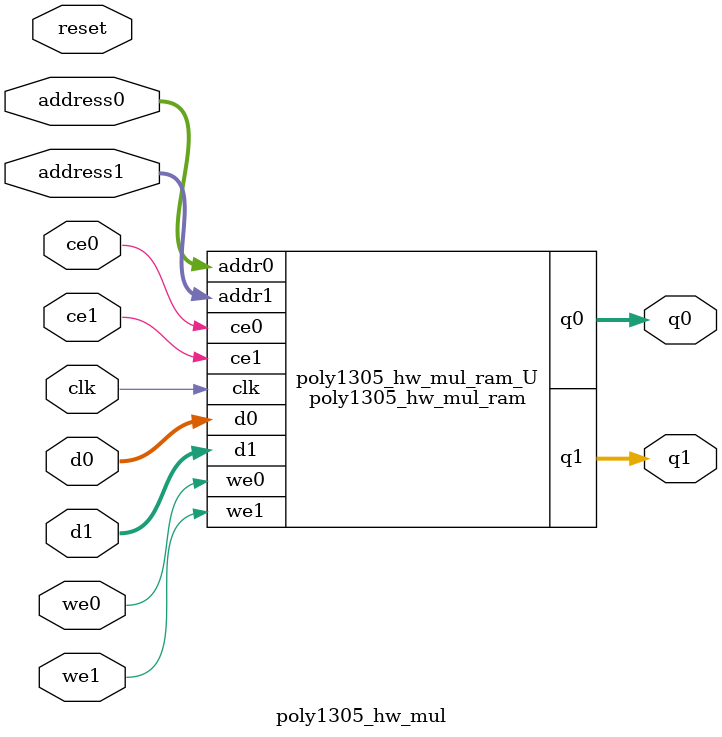
<source format=v>
`timescale 1 ns / 1 ps
module poly1305_hw_mul_ram (addr0, ce0, d0, we0, q0, addr1, ce1, d1, we1, q1,  clk);

parameter DWIDTH = 8;
parameter AWIDTH = 6;
parameter MEM_SIZE = 33;

input[AWIDTH-1:0] addr0;
input ce0;
input[DWIDTH-1:0] d0;
input we0;
output reg[DWIDTH-1:0] q0;
input[AWIDTH-1:0] addr1;
input ce1;
input[DWIDTH-1:0] d1;
input we1;
output reg[DWIDTH-1:0] q1;
input clk;

(* ram_style = "block" *)reg [DWIDTH-1:0] ram[0:MEM_SIZE-1];




always @(posedge clk)  
begin 
    if (ce0) 
    begin
        if (we0) 
        begin 
            ram[addr0] <= d0; 
        end 
        q0 <= ram[addr0];
    end
end


always @(posedge clk)  
begin 
    if (ce1) 
    begin
        if (we1) 
        begin 
            ram[addr1] <= d1; 
        end 
        q1 <= ram[addr1];
    end
end


endmodule

`timescale 1 ns / 1 ps
module poly1305_hw_mul(
    reset,
    clk,
    address0,
    ce0,
    we0,
    d0,
    q0,
    address1,
    ce1,
    we1,
    d1,
    q1);

parameter DataWidth = 32'd8;
parameter AddressRange = 32'd33;
parameter AddressWidth = 32'd6;
input reset;
input clk;
input[AddressWidth - 1:0] address0;
input ce0;
input we0;
input[DataWidth - 1:0] d0;
output[DataWidth - 1:0] q0;
input[AddressWidth - 1:0] address1;
input ce1;
input we1;
input[DataWidth - 1:0] d1;
output[DataWidth - 1:0] q1;



poly1305_hw_mul_ram poly1305_hw_mul_ram_U(
    .clk( clk ),
    .addr0( address0 ),
    .ce0( ce0 ),
    .we0( we0 ),
    .d0( d0 ),
    .q0( q0 ),
    .addr1( address1 ),
    .ce1( ce1 ),
    .we1( we1 ),
    .d1( d1 ),
    .q1( q1 ));

endmodule


</source>
